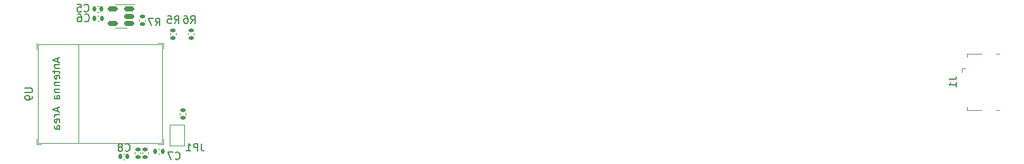
<source format=gbr>
%TF.GenerationSoftware,KiCad,Pcbnew,7.0.9*%
%TF.CreationDate,2024-01-25T10:28:19-08:00*%
%TF.ProjectId,Max7219_FC16,4d617837-3231-4395-9f46-4331362e6b69,rev?*%
%TF.SameCoordinates,Original*%
%TF.FileFunction,Legend,Bot*%
%TF.FilePolarity,Positive*%
%FSLAX46Y46*%
G04 Gerber Fmt 4.6, Leading zero omitted, Abs format (unit mm)*
G04 Created by KiCad (PCBNEW 7.0.9) date 2024-01-25 10:28:19*
%MOMM*%
%LPD*%
G01*
G04 APERTURE LIST*
G04 Aperture macros list*
%AMRoundRect*
0 Rectangle with rounded corners*
0 $1 Rounding radius*
0 $2 $3 $4 $5 $6 $7 $8 $9 X,Y pos of 4 corners*
0 Add a 4 corners polygon primitive as box body*
4,1,4,$2,$3,$4,$5,$6,$7,$8,$9,$2,$3,0*
0 Add four circle primitives for the rounded corners*
1,1,$1+$1,$2,$3*
1,1,$1+$1,$4,$5*
1,1,$1+$1,$6,$7*
1,1,$1+$1,$8,$9*
0 Add four rect primitives between the rounded corners*
20,1,$1+$1,$2,$3,$4,$5,0*
20,1,$1+$1,$4,$5,$6,$7,0*
20,1,$1+$1,$6,$7,$8,$9,0*
20,1,$1+$1,$8,$9,$2,$3,0*%
%AMFreePoly0*
4,1,6,0.725000,-0.725000,-0.125000,-0.725000,-0.725000,-0.125000,-0.725000,0.725000,0.725000,0.725000,0.725000,-0.725000,0.725000,-0.725000,$1*%
G04 Aperture macros list end*
%ADD10C,0.150000*%
%ADD11C,0.120000*%
%ADD12RoundRect,0.135000X-0.185000X0.135000X-0.185000X-0.135000X0.185000X-0.135000X0.185000X0.135000X0*%
%ADD13R,1.500000X1.000000*%
%ADD14R,1.700000X1.700000*%
%ADD15O,1.700000X1.700000*%
%ADD16O,1.550000X0.890000*%
%ADD17R,1.550000X1.500000*%
%ADD18O,0.950000X1.250000*%
%ADD19R,1.550000X1.200000*%
%ADD20R,1.350000X0.400000*%
%ADD21RoundRect,0.140000X0.140000X0.170000X-0.140000X0.170000X-0.140000X-0.170000X0.140000X-0.170000X0*%
%ADD22C,1.524000*%
%ADD23RoundRect,0.150000X0.512500X0.150000X-0.512500X0.150000X-0.512500X-0.150000X0.512500X-0.150000X0*%
%ADD24RoundRect,0.140000X-0.140000X-0.170000X0.140000X-0.170000X0.140000X0.170000X-0.140000X0.170000X0*%
%ADD25R,0.400000X0.800000*%
%ADD26R,0.800000X0.400000*%
%ADD27R,1.450000X1.450000*%
%ADD28FreePoly0,270.000000*%
%ADD29R,0.700000X0.700000*%
G04 APERTURE END LIST*
D10*
X51125333Y-61253019D02*
X51125333Y-61967304D01*
X51125333Y-61967304D02*
X51172952Y-62110161D01*
X51172952Y-62110161D02*
X51268190Y-62205400D01*
X51268190Y-62205400D02*
X51411047Y-62253019D01*
X51411047Y-62253019D02*
X51506285Y-62253019D01*
X50649142Y-62253019D02*
X50649142Y-61253019D01*
X50649142Y-61253019D02*
X50268190Y-61253019D01*
X50268190Y-61253019D02*
X50172952Y-61300638D01*
X50172952Y-61300638D02*
X50125333Y-61348257D01*
X50125333Y-61348257D02*
X50077714Y-61443495D01*
X50077714Y-61443495D02*
X50077714Y-61586352D01*
X50077714Y-61586352D02*
X50125333Y-61681590D01*
X50125333Y-61681590D02*
X50172952Y-61729209D01*
X50172952Y-61729209D02*
X50268190Y-61776828D01*
X50268190Y-61776828D02*
X50649142Y-61776828D01*
X49125333Y-62253019D02*
X49696761Y-62253019D01*
X49411047Y-62253019D02*
X49411047Y-61253019D01*
X49411047Y-61253019D02*
X49506285Y-61395876D01*
X49506285Y-61395876D02*
X49601523Y-61491114D01*
X49601523Y-61491114D02*
X49696761Y-61538733D01*
X151093419Y-52666666D02*
X151807704Y-52666666D01*
X151807704Y-52666666D02*
X151950561Y-52619047D01*
X151950561Y-52619047D02*
X152045800Y-52523809D01*
X152045800Y-52523809D02*
X152093419Y-52380952D01*
X152093419Y-52380952D02*
X152093419Y-52285714D01*
X152093419Y-53666666D02*
X152093419Y-53095238D01*
X152093419Y-53380952D02*
X151093419Y-53380952D01*
X151093419Y-53380952D02*
X151236276Y-53285714D01*
X151236276Y-53285714D02*
X151331514Y-53190476D01*
X151331514Y-53190476D02*
X151379133Y-53095238D01*
X40956466Y-62206580D02*
X41004085Y-62254200D01*
X41004085Y-62254200D02*
X41146942Y-62301819D01*
X41146942Y-62301819D02*
X41242180Y-62301819D01*
X41242180Y-62301819D02*
X41385037Y-62254200D01*
X41385037Y-62254200D02*
X41480275Y-62158961D01*
X41480275Y-62158961D02*
X41527894Y-62063723D01*
X41527894Y-62063723D02*
X41575513Y-61873247D01*
X41575513Y-61873247D02*
X41575513Y-61730390D01*
X41575513Y-61730390D02*
X41527894Y-61539914D01*
X41527894Y-61539914D02*
X41480275Y-61444676D01*
X41480275Y-61444676D02*
X41385037Y-61349438D01*
X41385037Y-61349438D02*
X41242180Y-61301819D01*
X41242180Y-61301819D02*
X41146942Y-61301819D01*
X41146942Y-61301819D02*
X41004085Y-61349438D01*
X41004085Y-61349438D02*
X40956466Y-61397057D01*
X40385037Y-61730390D02*
X40480275Y-61682771D01*
X40480275Y-61682771D02*
X40527894Y-61635152D01*
X40527894Y-61635152D02*
X40575513Y-61539914D01*
X40575513Y-61539914D02*
X40575513Y-61492295D01*
X40575513Y-61492295D02*
X40527894Y-61397057D01*
X40527894Y-61397057D02*
X40480275Y-61349438D01*
X40480275Y-61349438D02*
X40385037Y-61301819D01*
X40385037Y-61301819D02*
X40194561Y-61301819D01*
X40194561Y-61301819D02*
X40099323Y-61349438D01*
X40099323Y-61349438D02*
X40051704Y-61397057D01*
X40051704Y-61397057D02*
X40004085Y-61492295D01*
X40004085Y-61492295D02*
X40004085Y-61539914D01*
X40004085Y-61539914D02*
X40051704Y-61635152D01*
X40051704Y-61635152D02*
X40099323Y-61682771D01*
X40099323Y-61682771D02*
X40194561Y-61730390D01*
X40194561Y-61730390D02*
X40385037Y-61730390D01*
X40385037Y-61730390D02*
X40480275Y-61778009D01*
X40480275Y-61778009D02*
X40527894Y-61825628D01*
X40527894Y-61825628D02*
X40575513Y-61920866D01*
X40575513Y-61920866D02*
X40575513Y-62111342D01*
X40575513Y-62111342D02*
X40527894Y-62206580D01*
X40527894Y-62206580D02*
X40480275Y-62254200D01*
X40480275Y-62254200D02*
X40385037Y-62301819D01*
X40385037Y-62301819D02*
X40194561Y-62301819D01*
X40194561Y-62301819D02*
X40099323Y-62254200D01*
X40099323Y-62254200D02*
X40051704Y-62206580D01*
X40051704Y-62206580D02*
X40004085Y-62111342D01*
X40004085Y-62111342D02*
X40004085Y-61920866D01*
X40004085Y-61920866D02*
X40051704Y-61825628D01*
X40051704Y-61825628D02*
X40099323Y-61778009D01*
X40099323Y-61778009D02*
X40194561Y-61730390D01*
X47664666Y-63300780D02*
X47712285Y-63348400D01*
X47712285Y-63348400D02*
X47855142Y-63396019D01*
X47855142Y-63396019D02*
X47950380Y-63396019D01*
X47950380Y-63396019D02*
X48093237Y-63348400D01*
X48093237Y-63348400D02*
X48188475Y-63253161D01*
X48188475Y-63253161D02*
X48236094Y-63157923D01*
X48236094Y-63157923D02*
X48283713Y-62967447D01*
X48283713Y-62967447D02*
X48283713Y-62824590D01*
X48283713Y-62824590D02*
X48236094Y-62634114D01*
X48236094Y-62634114D02*
X48188475Y-62538876D01*
X48188475Y-62538876D02*
X48093237Y-62443638D01*
X48093237Y-62443638D02*
X47950380Y-62396019D01*
X47950380Y-62396019D02*
X47855142Y-62396019D01*
X47855142Y-62396019D02*
X47712285Y-62443638D01*
X47712285Y-62443638D02*
X47664666Y-62491257D01*
X47331332Y-62396019D02*
X46664666Y-62396019D01*
X46664666Y-62396019D02*
X47093237Y-63396019D01*
X44997666Y-45493019D02*
X45330999Y-45016828D01*
X45569094Y-45493019D02*
X45569094Y-44493019D01*
X45569094Y-44493019D02*
X45188142Y-44493019D01*
X45188142Y-44493019D02*
X45092904Y-44540638D01*
X45092904Y-44540638D02*
X45045285Y-44588257D01*
X45045285Y-44588257D02*
X44997666Y-44683495D01*
X44997666Y-44683495D02*
X44997666Y-44826352D01*
X44997666Y-44826352D02*
X45045285Y-44921590D01*
X45045285Y-44921590D02*
X45092904Y-44969209D01*
X45092904Y-44969209D02*
X45188142Y-45016828D01*
X45188142Y-45016828D02*
X45569094Y-45016828D01*
X44664332Y-44493019D02*
X43997666Y-44493019D01*
X43997666Y-44493019D02*
X44426237Y-45493019D01*
X49722066Y-45158819D02*
X50055399Y-44682628D01*
X50293494Y-45158819D02*
X50293494Y-44158819D01*
X50293494Y-44158819D02*
X49912542Y-44158819D01*
X49912542Y-44158819D02*
X49817304Y-44206438D01*
X49817304Y-44206438D02*
X49769685Y-44254057D01*
X49769685Y-44254057D02*
X49722066Y-44349295D01*
X49722066Y-44349295D02*
X49722066Y-44492152D01*
X49722066Y-44492152D02*
X49769685Y-44587390D01*
X49769685Y-44587390D02*
X49817304Y-44635009D01*
X49817304Y-44635009D02*
X49912542Y-44682628D01*
X49912542Y-44682628D02*
X50293494Y-44682628D01*
X48864923Y-44158819D02*
X49055399Y-44158819D01*
X49055399Y-44158819D02*
X49150637Y-44206438D01*
X49150637Y-44206438D02*
X49198256Y-44254057D01*
X49198256Y-44254057D02*
X49293494Y-44396914D01*
X49293494Y-44396914D02*
X49341113Y-44587390D01*
X49341113Y-44587390D02*
X49341113Y-44968342D01*
X49341113Y-44968342D02*
X49293494Y-45063580D01*
X49293494Y-45063580D02*
X49245875Y-45111200D01*
X49245875Y-45111200D02*
X49150637Y-45158819D01*
X49150637Y-45158819D02*
X48960161Y-45158819D01*
X48960161Y-45158819D02*
X48864923Y-45111200D01*
X48864923Y-45111200D02*
X48817304Y-45063580D01*
X48817304Y-45063580D02*
X48769685Y-44968342D01*
X48769685Y-44968342D02*
X48769685Y-44730247D01*
X48769685Y-44730247D02*
X48817304Y-44635009D01*
X48817304Y-44635009D02*
X48864923Y-44587390D01*
X48864923Y-44587390D02*
X48960161Y-44539771D01*
X48960161Y-44539771D02*
X49150637Y-44539771D01*
X49150637Y-44539771D02*
X49245875Y-44587390D01*
X49245875Y-44587390D02*
X49293494Y-44635009D01*
X49293494Y-44635009D02*
X49341113Y-44730247D01*
X47537666Y-45184219D02*
X47870999Y-44708028D01*
X48109094Y-45184219D02*
X48109094Y-44184219D01*
X48109094Y-44184219D02*
X47728142Y-44184219D01*
X47728142Y-44184219D02*
X47632904Y-44231838D01*
X47632904Y-44231838D02*
X47585285Y-44279457D01*
X47585285Y-44279457D02*
X47537666Y-44374695D01*
X47537666Y-44374695D02*
X47537666Y-44517552D01*
X47537666Y-44517552D02*
X47585285Y-44612790D01*
X47585285Y-44612790D02*
X47632904Y-44660409D01*
X47632904Y-44660409D02*
X47728142Y-44708028D01*
X47728142Y-44708028D02*
X48109094Y-44708028D01*
X46632904Y-44184219D02*
X47109094Y-44184219D01*
X47109094Y-44184219D02*
X47156713Y-44660409D01*
X47156713Y-44660409D02*
X47109094Y-44612790D01*
X47109094Y-44612790D02*
X47013856Y-44565171D01*
X47013856Y-44565171D02*
X46775761Y-44565171D01*
X46775761Y-44565171D02*
X46680523Y-44612790D01*
X46680523Y-44612790D02*
X46632904Y-44660409D01*
X46632904Y-44660409D02*
X46585285Y-44755647D01*
X46585285Y-44755647D02*
X46585285Y-44993742D01*
X46585285Y-44993742D02*
X46632904Y-45088980D01*
X46632904Y-45088980D02*
X46680523Y-45136600D01*
X46680523Y-45136600D02*
X46775761Y-45184219D01*
X46775761Y-45184219D02*
X47013856Y-45184219D01*
X47013856Y-45184219D02*
X47109094Y-45136600D01*
X47109094Y-45136600D02*
X47156713Y-45088980D01*
X35518266Y-44860380D02*
X35565885Y-44908000D01*
X35565885Y-44908000D02*
X35708742Y-44955619D01*
X35708742Y-44955619D02*
X35803980Y-44955619D01*
X35803980Y-44955619D02*
X35946837Y-44908000D01*
X35946837Y-44908000D02*
X36042075Y-44812761D01*
X36042075Y-44812761D02*
X36089694Y-44717523D01*
X36089694Y-44717523D02*
X36137313Y-44527047D01*
X36137313Y-44527047D02*
X36137313Y-44384190D01*
X36137313Y-44384190D02*
X36089694Y-44193714D01*
X36089694Y-44193714D02*
X36042075Y-44098476D01*
X36042075Y-44098476D02*
X35946837Y-44003238D01*
X35946837Y-44003238D02*
X35803980Y-43955619D01*
X35803980Y-43955619D02*
X35708742Y-43955619D01*
X35708742Y-43955619D02*
X35565885Y-44003238D01*
X35565885Y-44003238D02*
X35518266Y-44050857D01*
X34661123Y-43955619D02*
X34851599Y-43955619D01*
X34851599Y-43955619D02*
X34946837Y-44003238D01*
X34946837Y-44003238D02*
X34994456Y-44050857D01*
X34994456Y-44050857D02*
X35089694Y-44193714D01*
X35089694Y-44193714D02*
X35137313Y-44384190D01*
X35137313Y-44384190D02*
X35137313Y-44765142D01*
X35137313Y-44765142D02*
X35089694Y-44860380D01*
X35089694Y-44860380D02*
X35042075Y-44908000D01*
X35042075Y-44908000D02*
X34946837Y-44955619D01*
X34946837Y-44955619D02*
X34756361Y-44955619D01*
X34756361Y-44955619D02*
X34661123Y-44908000D01*
X34661123Y-44908000D02*
X34613504Y-44860380D01*
X34613504Y-44860380D02*
X34565885Y-44765142D01*
X34565885Y-44765142D02*
X34565885Y-44527047D01*
X34565885Y-44527047D02*
X34613504Y-44431809D01*
X34613504Y-44431809D02*
X34661123Y-44384190D01*
X34661123Y-44384190D02*
X34756361Y-44336571D01*
X34756361Y-44336571D02*
X34946837Y-44336571D01*
X34946837Y-44336571D02*
X35042075Y-44384190D01*
X35042075Y-44384190D02*
X35089694Y-44431809D01*
X35089694Y-44431809D02*
X35137313Y-44527047D01*
X35467466Y-43539580D02*
X35515085Y-43587200D01*
X35515085Y-43587200D02*
X35657942Y-43634819D01*
X35657942Y-43634819D02*
X35753180Y-43634819D01*
X35753180Y-43634819D02*
X35896037Y-43587200D01*
X35896037Y-43587200D02*
X35991275Y-43491961D01*
X35991275Y-43491961D02*
X36038894Y-43396723D01*
X36038894Y-43396723D02*
X36086513Y-43206247D01*
X36086513Y-43206247D02*
X36086513Y-43063390D01*
X36086513Y-43063390D02*
X36038894Y-42872914D01*
X36038894Y-42872914D02*
X35991275Y-42777676D01*
X35991275Y-42777676D02*
X35896037Y-42682438D01*
X35896037Y-42682438D02*
X35753180Y-42634819D01*
X35753180Y-42634819D02*
X35657942Y-42634819D01*
X35657942Y-42634819D02*
X35515085Y-42682438D01*
X35515085Y-42682438D02*
X35467466Y-42730057D01*
X34562704Y-42634819D02*
X35038894Y-42634819D01*
X35038894Y-42634819D02*
X35086513Y-43111009D01*
X35086513Y-43111009D02*
X35038894Y-43063390D01*
X35038894Y-43063390D02*
X34943656Y-43015771D01*
X34943656Y-43015771D02*
X34705561Y-43015771D01*
X34705561Y-43015771D02*
X34610323Y-43063390D01*
X34610323Y-43063390D02*
X34562704Y-43111009D01*
X34562704Y-43111009D02*
X34515085Y-43206247D01*
X34515085Y-43206247D02*
X34515085Y-43444342D01*
X34515085Y-43444342D02*
X34562704Y-43539580D01*
X34562704Y-43539580D02*
X34610323Y-43587200D01*
X34610323Y-43587200D02*
X34705561Y-43634819D01*
X34705561Y-43634819D02*
X34943656Y-43634819D01*
X34943656Y-43634819D02*
X35038894Y-43587200D01*
X35038894Y-43587200D02*
X35086513Y-43539580D01*
X27546819Y-53838095D02*
X28356342Y-53838095D01*
X28356342Y-53838095D02*
X28451580Y-53885714D01*
X28451580Y-53885714D02*
X28499200Y-53933333D01*
X28499200Y-53933333D02*
X28546819Y-54028571D01*
X28546819Y-54028571D02*
X28546819Y-54219047D01*
X28546819Y-54219047D02*
X28499200Y-54314285D01*
X28499200Y-54314285D02*
X28451580Y-54361904D01*
X28451580Y-54361904D02*
X28356342Y-54409523D01*
X28356342Y-54409523D02*
X27546819Y-54409523D01*
X28546819Y-54933333D02*
X28546819Y-55123809D01*
X28546819Y-55123809D02*
X28499200Y-55219047D01*
X28499200Y-55219047D02*
X28451580Y-55266666D01*
X28451580Y-55266666D02*
X28308723Y-55361904D01*
X28308723Y-55361904D02*
X28118247Y-55409523D01*
X28118247Y-55409523D02*
X27737295Y-55409523D01*
X27737295Y-55409523D02*
X27642057Y-55361904D01*
X27642057Y-55361904D02*
X27594438Y-55314285D01*
X27594438Y-55314285D02*
X27546819Y-55219047D01*
X27546819Y-55219047D02*
X27546819Y-55028571D01*
X27546819Y-55028571D02*
X27594438Y-54933333D01*
X27594438Y-54933333D02*
X27642057Y-54885714D01*
X27642057Y-54885714D02*
X27737295Y-54838095D01*
X27737295Y-54838095D02*
X27975390Y-54838095D01*
X27975390Y-54838095D02*
X28070628Y-54885714D01*
X28070628Y-54885714D02*
X28118247Y-54933333D01*
X28118247Y-54933333D02*
X28165866Y-55028571D01*
X28165866Y-55028571D02*
X28165866Y-55219047D01*
X28165866Y-55219047D02*
X28118247Y-55314285D01*
X28118247Y-55314285D02*
X28070628Y-55361904D01*
X28070628Y-55361904D02*
X27975390Y-55409523D01*
X31911104Y-49838094D02*
X31911104Y-50314284D01*
X32196819Y-49742856D02*
X31196819Y-50076189D01*
X31196819Y-50076189D02*
X32196819Y-50409522D01*
X31530152Y-50742856D02*
X32196819Y-50742856D01*
X31625390Y-50742856D02*
X31577771Y-50790475D01*
X31577771Y-50790475D02*
X31530152Y-50885713D01*
X31530152Y-50885713D02*
X31530152Y-51028570D01*
X31530152Y-51028570D02*
X31577771Y-51123808D01*
X31577771Y-51123808D02*
X31673009Y-51171427D01*
X31673009Y-51171427D02*
X32196819Y-51171427D01*
X31530152Y-51504761D02*
X31530152Y-51885713D01*
X31196819Y-51647618D02*
X32053961Y-51647618D01*
X32053961Y-51647618D02*
X32149200Y-51695237D01*
X32149200Y-51695237D02*
X32196819Y-51790475D01*
X32196819Y-51790475D02*
X32196819Y-51885713D01*
X32149200Y-52599999D02*
X32196819Y-52504761D01*
X32196819Y-52504761D02*
X32196819Y-52314285D01*
X32196819Y-52314285D02*
X32149200Y-52219047D01*
X32149200Y-52219047D02*
X32053961Y-52171428D01*
X32053961Y-52171428D02*
X31673009Y-52171428D01*
X31673009Y-52171428D02*
X31577771Y-52219047D01*
X31577771Y-52219047D02*
X31530152Y-52314285D01*
X31530152Y-52314285D02*
X31530152Y-52504761D01*
X31530152Y-52504761D02*
X31577771Y-52599999D01*
X31577771Y-52599999D02*
X31673009Y-52647618D01*
X31673009Y-52647618D02*
X31768247Y-52647618D01*
X31768247Y-52647618D02*
X31863485Y-52171428D01*
X31530152Y-53076190D02*
X32196819Y-53076190D01*
X31625390Y-53076190D02*
X31577771Y-53123809D01*
X31577771Y-53123809D02*
X31530152Y-53219047D01*
X31530152Y-53219047D02*
X31530152Y-53361904D01*
X31530152Y-53361904D02*
X31577771Y-53457142D01*
X31577771Y-53457142D02*
X31673009Y-53504761D01*
X31673009Y-53504761D02*
X32196819Y-53504761D01*
X31530152Y-53980952D02*
X32196819Y-53980952D01*
X31625390Y-53980952D02*
X31577771Y-54028571D01*
X31577771Y-54028571D02*
X31530152Y-54123809D01*
X31530152Y-54123809D02*
X31530152Y-54266666D01*
X31530152Y-54266666D02*
X31577771Y-54361904D01*
X31577771Y-54361904D02*
X31673009Y-54409523D01*
X31673009Y-54409523D02*
X32196819Y-54409523D01*
X32196819Y-55314285D02*
X31673009Y-55314285D01*
X31673009Y-55314285D02*
X31577771Y-55266666D01*
X31577771Y-55266666D02*
X31530152Y-55171428D01*
X31530152Y-55171428D02*
X31530152Y-54980952D01*
X31530152Y-54980952D02*
X31577771Y-54885714D01*
X32149200Y-55314285D02*
X32196819Y-55219047D01*
X32196819Y-55219047D02*
X32196819Y-54980952D01*
X32196819Y-54980952D02*
X32149200Y-54885714D01*
X32149200Y-54885714D02*
X32053961Y-54838095D01*
X32053961Y-54838095D02*
X31958723Y-54838095D01*
X31958723Y-54838095D02*
X31863485Y-54885714D01*
X31863485Y-54885714D02*
X31815866Y-54980952D01*
X31815866Y-54980952D02*
X31815866Y-55219047D01*
X31815866Y-55219047D02*
X31768247Y-55314285D01*
X31911104Y-56504762D02*
X31911104Y-56980952D01*
X32196819Y-56409524D02*
X31196819Y-56742857D01*
X31196819Y-56742857D02*
X32196819Y-57076190D01*
X32196819Y-57409524D02*
X31530152Y-57409524D01*
X31720628Y-57409524D02*
X31625390Y-57457143D01*
X31625390Y-57457143D02*
X31577771Y-57504762D01*
X31577771Y-57504762D02*
X31530152Y-57600000D01*
X31530152Y-57600000D02*
X31530152Y-57695238D01*
X32149200Y-58409524D02*
X32196819Y-58314286D01*
X32196819Y-58314286D02*
X32196819Y-58123810D01*
X32196819Y-58123810D02*
X32149200Y-58028572D01*
X32149200Y-58028572D02*
X32053961Y-57980953D01*
X32053961Y-57980953D02*
X31673009Y-57980953D01*
X31673009Y-57980953D02*
X31577771Y-58028572D01*
X31577771Y-58028572D02*
X31530152Y-58123810D01*
X31530152Y-58123810D02*
X31530152Y-58314286D01*
X31530152Y-58314286D02*
X31577771Y-58409524D01*
X31577771Y-58409524D02*
X31673009Y-58457143D01*
X31673009Y-58457143D02*
X31768247Y-58457143D01*
X31768247Y-58457143D02*
X31863485Y-57980953D01*
X32196819Y-59314286D02*
X31673009Y-59314286D01*
X31673009Y-59314286D02*
X31577771Y-59266667D01*
X31577771Y-59266667D02*
X31530152Y-59171429D01*
X31530152Y-59171429D02*
X31530152Y-58980953D01*
X31530152Y-58980953D02*
X31577771Y-58885715D01*
X32149200Y-59314286D02*
X32196819Y-59219048D01*
X32196819Y-59219048D02*
X32196819Y-58980953D01*
X32196819Y-58980953D02*
X32149200Y-58885715D01*
X32149200Y-58885715D02*
X32053961Y-58838096D01*
X32053961Y-58838096D02*
X31958723Y-58838096D01*
X31958723Y-58838096D02*
X31863485Y-58885715D01*
X31863485Y-58885715D02*
X31815866Y-58980953D01*
X31815866Y-58980953D02*
X31815866Y-59219048D01*
X31815866Y-59219048D02*
X31768247Y-59314286D01*
D11*
%TO.C,R10*%
X48286400Y-57140359D02*
X48286400Y-57447641D01*
X49046400Y-57140359D02*
X49046400Y-57447641D01*
%TO.C,JP1*%
X48879000Y-61521800D02*
X48879000Y-58721800D01*
X48879000Y-58721800D02*
X46879000Y-58721800D01*
X46879000Y-58721800D02*
X46879000Y-61521800D01*
X46879000Y-61521800D02*
X48879000Y-61521800D01*
%TO.C,R9*%
X42266600Y-62368759D02*
X42266600Y-62676041D01*
X43026600Y-62368759D02*
X43026600Y-62676041D01*
%TO.C,R8*%
X43257200Y-62370759D02*
X43257200Y-62678041D01*
X44017200Y-62370759D02*
X44017200Y-62678041D01*
%TO.C,J1*%
X153478600Y-49240000D02*
X153478600Y-49660000D01*
X155458600Y-49240000D02*
X153478600Y-49240000D01*
X155458600Y-56760000D02*
X153478600Y-56760000D01*
X157428600Y-56760000D02*
X157828600Y-56760000D01*
X157828600Y-49240000D02*
X157428600Y-49240000D01*
X153248600Y-51240000D02*
X152798600Y-51240000D01*
X153478600Y-56760000D02*
X153478600Y-56340000D01*
X152798600Y-51690000D02*
X152798600Y-51240000D01*
%TO.C,C8*%
X40897636Y-63367000D02*
X40681964Y-63367000D01*
X40897636Y-62647000D02*
X40681964Y-62647000D01*
%TO.C,C7*%
X45576436Y-61935800D02*
X45360764Y-61935800D01*
X45576436Y-62655800D02*
X45360764Y-62655800D01*
%TO.C,U10*%
X40380500Y-45791600D02*
X41180500Y-45791600D01*
X40380500Y-42671600D02*
X42180500Y-42671600D01*
X40380500Y-42671600D02*
X39580500Y-42671600D01*
X40380500Y-45791600D02*
X39580500Y-45791600D01*
%TO.C,R7*%
X42876200Y-44653959D02*
X42876200Y-44961241D01*
X43636200Y-44653959D02*
X43636200Y-44961241D01*
%TO.C,R6*%
X49378600Y-46445359D02*
X49378600Y-46752641D01*
X50138600Y-46445359D02*
X50138600Y-46752641D01*
%TO.C,R5*%
X47725600Y-46453359D02*
X47725600Y-46760641D01*
X46965600Y-46453359D02*
X46965600Y-46760641D01*
%TO.C,C6*%
X37227564Y-44860800D02*
X37443236Y-44860800D01*
X37227564Y-44140800D02*
X37443236Y-44140800D01*
%TO.C,C5*%
X37176764Y-43641600D02*
X37392436Y-43641600D01*
X37176764Y-42921600D02*
X37392436Y-42921600D01*
%TO.C,U9*%
X46092000Y-47800000D02*
X46092000Y-48600000D01*
X45292000Y-47800000D02*
X46092000Y-47800000D01*
X45892000Y-48000000D02*
X29292000Y-48000000D01*
X34692000Y-48000000D02*
X34692000Y-61200000D01*
X29292000Y-48000000D02*
X29292000Y-61200000D01*
X29092000Y-48675000D02*
X29092000Y-47825000D01*
X29092000Y-60650000D02*
X29092000Y-61400000D01*
X45892000Y-61200000D02*
X45892000Y-48000000D01*
X29292000Y-61200000D02*
X45892000Y-61200000D01*
X46092000Y-61400000D02*
X46092000Y-60600000D01*
X45292000Y-61400000D02*
X46092000Y-61400000D01*
X29092000Y-61400000D02*
X29692000Y-61400000D01*
%TD*%
%LPC*%
D12*
%TO.C,R10*%
X48666400Y-56784000D03*
X48666400Y-57804000D03*
%TD*%
D13*
%TO.C,JP1*%
X47879000Y-59471800D03*
X47879000Y-60771800D03*
%TD*%
D14*
%TO.C,J2*%
X51308000Y-48310800D03*
D15*
X51308000Y-50850800D03*
X51308000Y-53390800D03*
X51308000Y-55930800D03*
X51308000Y-58470800D03*
%TD*%
D12*
%TO.C,R9*%
X42646600Y-62012400D03*
X42646600Y-63032400D03*
%TD*%
%TO.C,R8*%
X43637200Y-62014400D03*
X43637200Y-63034400D03*
%TD*%
D16*
%TO.C,J1*%
X156438600Y-49500000D03*
D17*
X156438600Y-52000000D03*
D18*
X153738600Y-50500000D03*
D19*
X156438600Y-55900000D03*
D16*
X156438600Y-56500000D03*
D17*
X156438600Y-54000000D03*
D18*
X153738600Y-55500000D03*
D19*
X156438600Y-50100000D03*
D20*
X153738600Y-54300000D03*
X153738600Y-53650000D03*
X153738600Y-53000000D03*
X153738600Y-52350000D03*
X153738600Y-51700000D03*
%TD*%
D21*
%TO.C,C8*%
X41269800Y-63007000D03*
X40309800Y-63007000D03*
%TD*%
%TO.C,C7*%
X44988600Y-62295800D03*
X45948600Y-62295800D03*
%TD*%
D22*
%TO.C,U6*%
X118490000Y-40985800D03*
X115950000Y-40985800D03*
X113410000Y-40985800D03*
X110870000Y-40985800D03*
X108330000Y-40985800D03*
X105790000Y-40985800D03*
X103250000Y-40985800D03*
X100710000Y-40985800D03*
X100710000Y-64988800D03*
X103250000Y-64988800D03*
X105790000Y-64988800D03*
X108330000Y-64988800D03*
X110870000Y-64988800D03*
X113410000Y-64988800D03*
X115950000Y-64988800D03*
X118490000Y-64988800D03*
%TD*%
D23*
%TO.C,U10*%
X41518000Y-43281600D03*
X41518000Y-44231600D03*
X41518000Y-45181600D03*
X39243000Y-45181600D03*
X39243000Y-43281600D03*
%TD*%
D22*
%TO.C,U2*%
X86182200Y-40995600D03*
X83642200Y-40995600D03*
X81102200Y-40995600D03*
X78562200Y-40995600D03*
X76022200Y-40995600D03*
X73482200Y-40995600D03*
X70942200Y-40995600D03*
X68402200Y-40995600D03*
X68402200Y-64998600D03*
X70942200Y-64998600D03*
X73482200Y-64998600D03*
X76022200Y-64998600D03*
X78562200Y-64998600D03*
X81102200Y-64998600D03*
X83642200Y-64998600D03*
X86182200Y-64998600D03*
%TD*%
D12*
%TO.C,R7*%
X43256200Y-44297600D03*
X43256200Y-45317600D03*
%TD*%
%TO.C,R6*%
X49758600Y-46089000D03*
X49758600Y-47109000D03*
%TD*%
%TO.C,R5*%
X47345600Y-47117000D03*
X47345600Y-46097000D03*
%TD*%
D24*
%TO.C,C6*%
X37815400Y-44500800D03*
X36855400Y-44500800D03*
%TD*%
%TO.C,C5*%
X37764600Y-43281600D03*
X36804600Y-43281600D03*
%TD*%
D22*
%TO.C,U8*%
X150790000Y-64988800D03*
X148250000Y-64988800D03*
X145710000Y-64988800D03*
X143170000Y-64988800D03*
X140630000Y-64988800D03*
X138090000Y-64988800D03*
X135550000Y-64988800D03*
X133010000Y-64988800D03*
X133010000Y-40985800D03*
X135550000Y-40985800D03*
X138090000Y-40985800D03*
X140630000Y-40985800D03*
X143170000Y-40985800D03*
X145710000Y-40985800D03*
X148250000Y-40985800D03*
X150790000Y-40985800D03*
%TD*%
%TO.C,U4*%
X53890000Y-64988800D03*
X51350000Y-64988800D03*
X48810000Y-64988800D03*
X46270000Y-64988800D03*
X43730000Y-64988800D03*
X41190000Y-64988800D03*
X38650000Y-64988800D03*
X36110000Y-64988800D03*
X36110000Y-40985800D03*
X38650000Y-40985800D03*
X41190000Y-40985800D03*
X43730000Y-40985800D03*
X46270000Y-40985800D03*
X48810000Y-40985800D03*
X51350000Y-40985800D03*
X53890000Y-40985800D03*
%TD*%
D25*
%TO.C,U9*%
X36292000Y-48700000D03*
X37092000Y-48700000D03*
X37892000Y-48700000D03*
X38692000Y-48700000D03*
X39492000Y-48700000D03*
X40292000Y-48700000D03*
X41092000Y-48700000D03*
X41892000Y-48700000D03*
X42692000Y-48700000D03*
X43492000Y-48700000D03*
X44292000Y-48700000D03*
D26*
X45192000Y-49800000D03*
X45192000Y-50600000D03*
X45192000Y-51400000D03*
X45192000Y-52200000D03*
X45192000Y-53000000D03*
X45192000Y-53800000D03*
X45192000Y-54600000D03*
X45192000Y-55400000D03*
X45192000Y-56200000D03*
X45192000Y-57000000D03*
X45192000Y-57800000D03*
X45192000Y-58600000D03*
X45192000Y-59400000D03*
D25*
X44292000Y-60500000D03*
X43492000Y-60500000D03*
X42692000Y-60500000D03*
X41892000Y-60500000D03*
X41092000Y-60500000D03*
X40292000Y-60500000D03*
X39492000Y-60500000D03*
X38692000Y-60500000D03*
X37892000Y-60500000D03*
X37092000Y-60500000D03*
X36292000Y-60500000D03*
D26*
X35392000Y-59400000D03*
X35392000Y-58600000D03*
X35392000Y-57800000D03*
X35392000Y-57000000D03*
X35392000Y-56200000D03*
X35392000Y-55400000D03*
X35392000Y-54600000D03*
X35392000Y-53800000D03*
X35392000Y-53000000D03*
X35392000Y-52200000D03*
X35392000Y-51400000D03*
X35392000Y-50600000D03*
X35392000Y-49800000D03*
D27*
X42267000Y-52625000D03*
X40292000Y-52625000D03*
D28*
X38317000Y-52625000D03*
D27*
X42267000Y-54600000D03*
X40292000Y-54600000D03*
X38317000Y-54600000D03*
X42267000Y-56575000D03*
X40292000Y-56575000D03*
X38317000Y-56575000D03*
D29*
X35342000Y-60550000D03*
X45242000Y-60550000D03*
X45242000Y-48650000D03*
X35342000Y-48650000D03*
%TD*%
%LPD*%
M02*

</source>
